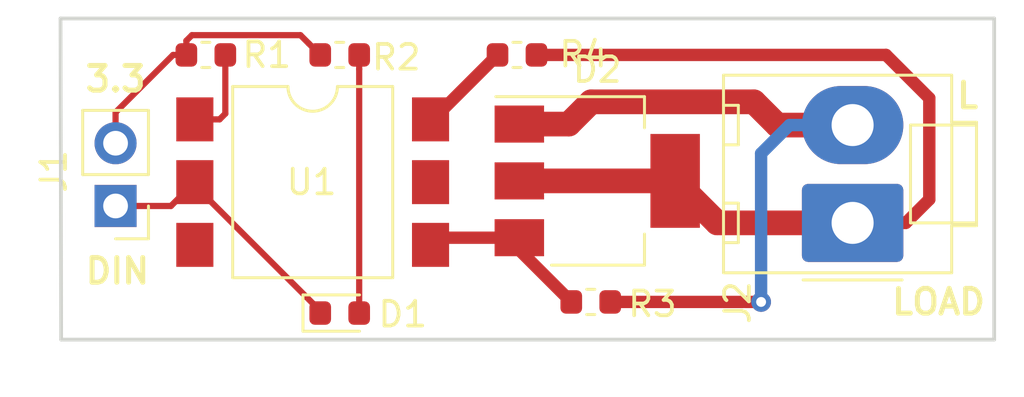
<source format=kicad_pcb>
(kicad_pcb (version 20171130) (host pcbnew 5.0.2-bee76a0~70~ubuntu18.04.1)

  (general
    (thickness 1.6)
    (drawings 8)
    (tracks 44)
    (zones 0)
    (modules 9)
    (nets 9)
  )

  (page A4)
  (layers
    (0 F.Cu signal)
    (31 B.Cu signal)
    (32 B.Adhes user)
    (33 F.Adhes user)
    (34 B.Paste user)
    (35 F.Paste user)
    (36 B.SilkS user)
    (37 F.SilkS user)
    (38 B.Mask user)
    (39 F.Mask user)
    (40 Dwgs.User user)
    (41 Cmts.User user)
    (42 Eco1.User user)
    (43 Eco2.User user)
    (44 Edge.Cuts user)
    (45 Margin user)
    (46 B.CrtYd user)
    (47 F.CrtYd user)
    (48 B.Fab user hide)
    (49 F.Fab user)
  )

  (setup
    (last_trace_width 0.25)
    (trace_clearance 0.2)
    (zone_clearance 0.508)
    (zone_45_only no)
    (trace_min 0.2)
    (segment_width 0.2)
    (edge_width 0.15)
    (via_size 0.8)
    (via_drill 0.4)
    (via_min_size 0.4)
    (via_min_drill 0.3)
    (uvia_size 0.3)
    (uvia_drill 0.1)
    (uvias_allowed no)
    (uvia_min_size 0.2)
    (uvia_min_drill 0.1)
    (pcb_text_width 0.3)
    (pcb_text_size 1.5 1.5)
    (mod_edge_width 0.15)
    (mod_text_size 1 1)
    (mod_text_width 0.15)
    (pad_size 1.524 1.524)
    (pad_drill 0.762)
    (pad_to_mask_clearance 0.051)
    (solder_mask_min_width 0.25)
    (aux_axis_origin 0 0)
    (visible_elements FFFDFF7F)
    (pcbplotparams
      (layerselection 0x010fc_ffffffff)
      (usegerberextensions true)
      (usegerberattributes false)
      (usegerberadvancedattributes false)
      (creategerberjobfile false)
      (excludeedgelayer true)
      (linewidth 0.100000)
      (plotframeref false)
      (viasonmask false)
      (mode 1)
      (useauxorigin false)
      (hpglpennumber 1)
      (hpglpenspeed 20)
      (hpglpendiameter 15.000000)
      (psnegative false)
      (psa4output false)
      (plotreference false)
      (plotvalue true)
      (plotinvisibletext false)
      (padsonsilk false)
      (subtractmaskfromsilk false)
      (outputformat 1)
      (mirror false)
      (drillshape 0)
      (scaleselection 1)
      (outputdirectory "Gerber_1A_v1.1/"))
  )

  (net 0 "")
  (net 1 "Net-(J1-Pad2)")
  (net 2 "Net-(R1-Pad1)")
  (net 3 /ACHC1)
  (net 4 /ACHC2)
  (net 5 "Net-(D1-Pad1)")
  (net 6 "Net-(D1-Pad2)")
  (net 7 "Net-(D2-Pad3)")
  (net 8 "Net-(R4-Pad2)")

  (net_class Default "This is the default net class."
    (clearance 0.2)
    (trace_width 0.25)
    (via_dia 0.8)
    (via_drill 0.4)
    (uvia_dia 0.3)
    (uvia_drill 0.1)
    (add_net "Net-(D1-Pad1)")
    (add_net "Net-(D1-Pad2)")
    (add_net "Net-(J1-Pad2)")
    (add_net "Net-(R1-Pad1)")
  )

  (net_class ACHC ""
    (clearance 0.8)
    (trace_width 1)
    (via_dia 0.8)
    (via_drill 0.4)
    (uvia_dia 0.3)
    (uvia_drill 0.1)
  )

  (net_class ACLC ""
    (clearance 0.8)
    (trace_width 0.5)
    (via_dia 0.8)
    (via_drill 0.4)
    (uvia_dia 0.3)
    (uvia_drill 0.1)
    (add_net /ACHC1)
    (add_net /ACHC2)
    (add_net "Net-(D2-Pad3)")
    (add_net "Net-(R4-Pad2)")
  )

  (module Resistor_SMD:R_0603_1608Metric (layer F.Cu) (tedit 5B301BBD) (tstamp 5F1BEE57)
    (at 98.125 71.975 180)
    (descr "Resistor SMD 0603 (1608 Metric), square (rectangular) end terminal, IPC_7351 nominal, (Body size source: http://www.tortai-tech.com/upload/download/2011102023233369053.pdf), generated with kicad-footprint-generator")
    (tags resistor)
    (path /5F06E6AE)
    (attr smd)
    (fp_text reference R1 (at -2.4625 0 180) (layer F.SilkS)
      (effects (font (size 1 1) (thickness 0.15)))
    )
    (fp_text value 220 (at 3.1375 0.05 180) (layer F.Fab)
      (effects (font (size 1 1) (thickness 0.15)))
    )
    (fp_line (start -0.8 0.4) (end -0.8 -0.4) (layer F.Fab) (width 0.1))
    (fp_line (start -0.8 -0.4) (end 0.8 -0.4) (layer F.Fab) (width 0.1))
    (fp_line (start 0.8 -0.4) (end 0.8 0.4) (layer F.Fab) (width 0.1))
    (fp_line (start 0.8 0.4) (end -0.8 0.4) (layer F.Fab) (width 0.1))
    (fp_line (start -0.162779 -0.51) (end 0.162779 -0.51) (layer F.SilkS) (width 0.12))
    (fp_line (start -0.162779 0.51) (end 0.162779 0.51) (layer F.SilkS) (width 0.12))
    (fp_line (start -1.48 0.73) (end -1.48 -0.73) (layer F.CrtYd) (width 0.05))
    (fp_line (start -1.48 -0.73) (end 1.48 -0.73) (layer F.CrtYd) (width 0.05))
    (fp_line (start 1.48 -0.73) (end 1.48 0.73) (layer F.CrtYd) (width 0.05))
    (fp_line (start 1.48 0.73) (end -1.48 0.73) (layer F.CrtYd) (width 0.05))
    (fp_text user %R (at 0 0 180) (layer F.Fab)
      (effects (font (size 0.4 0.4) (thickness 0.06)))
    )
    (pad 1 smd roundrect (at -0.7875 0 180) (size 0.875 0.95) (layers F.Cu F.Paste F.Mask) (roundrect_rratio 0.25)
      (net 2 "Net-(R1-Pad1)"))
    (pad 2 smd roundrect (at 0.7875 0 180) (size 0.875 0.95) (layers F.Cu F.Paste F.Mask) (roundrect_rratio 0.25)
      (net 1 "Net-(J1-Pad2)"))
    (model ${KISYS3DMOD}/Resistor_SMD.3dshapes/R_0603_1608Metric.wrl
      (at (xyz 0 0 0))
      (scale (xyz 1 1 1))
      (rotate (xyz 0 0 0))
    )
  )

  (module Resistor_SMD:R_0603_1608Metric (layer F.Cu) (tedit 5B301BBD) (tstamp 5F1BEE68)
    (at 113.6875 81.975 180)
    (descr "Resistor SMD 0603 (1608 Metric), square (rectangular) end terminal, IPC_7351 nominal, (Body size source: http://www.tortai-tech.com/upload/download/2011102023233369053.pdf), generated with kicad-footprint-generator")
    (tags resistor)
    (path /5F06E8F2)
    (attr smd)
    (fp_text reference R3 (at -2.495 -0.085 180) (layer F.SilkS)
      (effects (font (size 1 1) (thickness 0.15)))
    )
    (fp_text value 330 (at -0.175 -3.025 180) (layer F.Fab)
      (effects (font (size 1 1) (thickness 0.15)))
    )
    (fp_line (start -0.8 0.4) (end -0.8 -0.4) (layer F.Fab) (width 0.1))
    (fp_line (start -0.8 -0.4) (end 0.8 -0.4) (layer F.Fab) (width 0.1))
    (fp_line (start 0.8 -0.4) (end 0.8 0.4) (layer F.Fab) (width 0.1))
    (fp_line (start 0.8 0.4) (end -0.8 0.4) (layer F.Fab) (width 0.1))
    (fp_line (start -0.162779 -0.51) (end 0.162779 -0.51) (layer F.SilkS) (width 0.12))
    (fp_line (start -0.162779 0.51) (end 0.162779 0.51) (layer F.SilkS) (width 0.12))
    (fp_line (start -1.48 0.73) (end -1.48 -0.73) (layer F.CrtYd) (width 0.05))
    (fp_line (start -1.48 -0.73) (end 1.48 -0.73) (layer F.CrtYd) (width 0.05))
    (fp_line (start 1.48 -0.73) (end 1.48 0.73) (layer F.CrtYd) (width 0.05))
    (fp_line (start 1.48 0.73) (end -1.48 0.73) (layer F.CrtYd) (width 0.05))
    (fp_text user %R (at -1.629525 0 180) (layer F.Fab)
      (effects (font (size 0.4 0.4) (thickness 0.06)))
    )
    (pad 1 smd roundrect (at -0.7875 0 180) (size 0.875 0.95) (layers F.Cu F.Paste F.Mask) (roundrect_rratio 0.25)
      (net 3 /ACHC1))
    (pad 2 smd roundrect (at 0.7875 0 180) (size 0.875 0.95) (layers F.Cu F.Paste F.Mask) (roundrect_rratio 0.25)
      (net 7 "Net-(D2-Pad3)"))
    (model ${KISYS3DMOD}/Resistor_SMD.3dshapes/R_0603_1608Metric.wrl
      (at (xyz 0 0 0))
      (scale (xyz 1 1 1))
      (rotate (xyz 0 0 0))
    )
  )

  (module Resistor_SMD:R_0603_1608Metric (layer F.Cu) (tedit 5B301BBD) (tstamp 5F1BEE79)
    (at 110.705 71.975 180)
    (descr "Resistor SMD 0603 (1608 Metric), square (rectangular) end terminal, IPC_7351 nominal, (Body size source: http://www.tortai-tech.com/upload/download/2011102023233369053.pdf), generated with kicad-footprint-generator")
    (tags resistor)
    (path /5F06E8C3)
    (attr smd)
    (fp_text reference R4 (at -2.695 0.025 180) (layer F.SilkS)
      (effects (font (size 1 1) (thickness 0.15)))
    )
    (fp_text value 360 (at -0.0625 1.375 180) (layer F.Fab)
      (effects (font (size 1 1) (thickness 0.15)))
    )
    (fp_text user %R (at 0 0 180) (layer F.Fab)
      (effects (font (size 0.4 0.4) (thickness 0.06)))
    )
    (fp_line (start 1.48 0.73) (end -1.48 0.73) (layer F.CrtYd) (width 0.05))
    (fp_line (start 1.48 -0.73) (end 1.48 0.73) (layer F.CrtYd) (width 0.05))
    (fp_line (start -1.48 -0.73) (end 1.48 -0.73) (layer F.CrtYd) (width 0.05))
    (fp_line (start -1.48 0.73) (end -1.48 -0.73) (layer F.CrtYd) (width 0.05))
    (fp_line (start -0.162779 0.51) (end 0.162779 0.51) (layer F.SilkS) (width 0.12))
    (fp_line (start -0.162779 -0.51) (end 0.162779 -0.51) (layer F.SilkS) (width 0.12))
    (fp_line (start 0.8 0.4) (end -0.8 0.4) (layer F.Fab) (width 0.1))
    (fp_line (start 0.8 -0.4) (end 0.8 0.4) (layer F.Fab) (width 0.1))
    (fp_line (start -0.8 -0.4) (end 0.8 -0.4) (layer F.Fab) (width 0.1))
    (fp_line (start -0.8 0.4) (end -0.8 -0.4) (layer F.Fab) (width 0.1))
    (pad 2 smd roundrect (at 0.7875 0 180) (size 0.875 0.95) (layers F.Cu F.Paste F.Mask) (roundrect_rratio 0.25)
      (net 8 "Net-(R4-Pad2)"))
    (pad 1 smd roundrect (at -0.7875 0 180) (size 0.875 0.95) (layers F.Cu F.Paste F.Mask) (roundrect_rratio 0.25)
      (net 4 /ACHC2))
    (model ${KISYS3DMOD}/Resistor_SMD.3dshapes/R_0603_1608Metric.wrl
      (at (xyz 0 0 0))
      (scale (xyz 1 1 1))
      (rotate (xyz 0 0 0))
    )
  )

  (module Package_DIP:SMDIP-6_W9.53mm_Clearance8mm locked (layer F.Cu) (tedit 5A02E8C5) (tstamp 5F1BEE93)
    (at 102.445 77.125)
    (descr "6-lead surface-mounted (SMD) DIP package, row spacing 9.53 mm (375 mils), Clearance8mm")
    (tags "SMD DIP DIL PDIP SMDIP 2.54mm 9.53mm 375mil Clearance8mm")
    (path /5F06E61D)
    (attr smd)
    (fp_text reference U1 (at -0.045 0) (layer F.SilkS)
      (effects (font (size 1 1) (thickness 0.15)))
    )
    (fp_text value MOC3083S (at 0 4.87) (layer F.Fab)
      (effects (font (size 1 1) (thickness 0.15)))
    )
    (fp_arc (start 0 -3.87) (end -1 -3.87) (angle -180) (layer F.SilkS) (width 0.12))
    (fp_line (start -2.175 -3.81) (end 3.175 -3.81) (layer F.Fab) (width 0.1))
    (fp_line (start 3.175 -3.81) (end 3.175 3.81) (layer F.Fab) (width 0.1))
    (fp_line (start 3.175 3.81) (end -3.175 3.81) (layer F.Fab) (width 0.1))
    (fp_line (start -3.175 3.81) (end -3.175 -2.81) (layer F.Fab) (width 0.1))
    (fp_line (start -3.175 -2.81) (end -2.175 -3.81) (layer F.Fab) (width 0.1))
    (fp_line (start -1 -3.87) (end -3.235 -3.87) (layer F.SilkS) (width 0.12))
    (fp_line (start -3.235 -3.87) (end -3.235 3.87) (layer F.SilkS) (width 0.12))
    (fp_line (start -3.235 3.87) (end 3.235 3.87) (layer F.SilkS) (width 0.12))
    (fp_line (start 3.235 3.87) (end 3.235 -3.87) (layer F.SilkS) (width 0.12))
    (fp_line (start 3.235 -3.87) (end 1 -3.87) (layer F.SilkS) (width 0.12))
    (fp_line (start -5.8 -4.1) (end -5.8 4.1) (layer F.CrtYd) (width 0.05))
    (fp_line (start -5.8 4.1) (end 5.8 4.1) (layer F.CrtYd) (width 0.05))
    (fp_line (start 5.8 4.1) (end 5.8 -4.1) (layer F.CrtYd) (width 0.05))
    (fp_line (start 5.8 -4.1) (end -5.8 -4.1) (layer F.CrtYd) (width 0.05))
    (fp_text user %R (at 0 0) (layer F.Fab)
      (effects (font (size 1 1) (thickness 0.15)))
    )
    (pad 1 smd rect (at -4.765 -2.54) (size 1.5 1.78) (layers F.Cu F.Paste F.Mask)
      (net 2 "Net-(R1-Pad1)"))
    (pad 4 smd rect (at 4.765 2.54) (size 1.5 1.78) (layers F.Cu F.Paste F.Mask)
      (net 7 "Net-(D2-Pad3)"))
    (pad 2 smd rect (at -4.765 0) (size 1.5 1.78) (layers F.Cu F.Paste F.Mask)
      (net 5 "Net-(D1-Pad1)"))
    (pad 5 smd rect (at 4.765 0) (size 1.5 1.78) (layers F.Cu F.Paste F.Mask))
    (pad 3 smd rect (at -4.765 2.54) (size 1.5 1.78) (layers F.Cu F.Paste F.Mask))
    (pad 6 smd rect (at 4.765 -2.54) (size 1.5 1.78) (layers F.Cu F.Paste F.Mask)
      (net 8 "Net-(R4-Pad2)"))
    (model ${KISYS3DMOD}/Package_DIP.3dshapes/SMDIP-6_W9.53mm.wrl
      (at (xyz 0 0 0))
      (scale (xyz 1 1 1))
      (rotate (xyz 0 0 0))
    )
  )

  (module LED_SMD:LED_0603_1608Metric (layer F.Cu) (tedit 5B301BBE) (tstamp 5F1C24B0)
    (at 103.5375 82.425)
    (descr "LED SMD 0603 (1608 Metric), square (rectangular) end terminal, IPC_7351 nominal, (Body size source: http://www.tortai-tech.com/upload/download/2011102023233369053.pdf), generated with kicad-footprint-generator")
    (tags diode)
    (path /5F0D6F64)
    (attr smd)
    (fp_text reference D1 (at 2.55 0.05) (layer F.SilkS)
      (effects (font (size 1 1) (thickness 0.15)))
    )
    (fp_text value YELLOW (at 0 1.43) (layer F.Fab)
      (effects (font (size 1 1) (thickness 0.15)))
    )
    (fp_line (start 0.8 -0.4) (end -0.5 -0.4) (layer F.Fab) (width 0.1))
    (fp_line (start -0.5 -0.4) (end -0.8 -0.1) (layer F.Fab) (width 0.1))
    (fp_line (start -0.8 -0.1) (end -0.8 0.4) (layer F.Fab) (width 0.1))
    (fp_line (start -0.8 0.4) (end 0.8 0.4) (layer F.Fab) (width 0.1))
    (fp_line (start 0.8 0.4) (end 0.8 -0.4) (layer F.Fab) (width 0.1))
    (fp_line (start 0.8 -0.735) (end -1.485 -0.735) (layer F.SilkS) (width 0.12))
    (fp_line (start -1.485 -0.735) (end -1.485 0.735) (layer F.SilkS) (width 0.12))
    (fp_line (start -1.485 0.735) (end 0.8 0.735) (layer F.SilkS) (width 0.12))
    (fp_line (start -1.48 0.73) (end -1.48 -0.73) (layer F.CrtYd) (width 0.05))
    (fp_line (start -1.48 -0.73) (end 1.48 -0.73) (layer F.CrtYd) (width 0.05))
    (fp_line (start 1.48 -0.73) (end 1.48 0.73) (layer F.CrtYd) (width 0.05))
    (fp_line (start 1.48 0.73) (end -1.48 0.73) (layer F.CrtYd) (width 0.05))
    (fp_text user %R (at 0 0) (layer F.Fab)
      (effects (font (size 0.4 0.4) (thickness 0.06)))
    )
    (pad 1 smd roundrect (at -0.7875 0) (size 0.875 0.95) (layers F.Cu F.Paste F.Mask) (roundrect_rratio 0.25)
      (net 5 "Net-(D1-Pad1)"))
    (pad 2 smd roundrect (at 0.7875 0) (size 0.875 0.95) (layers F.Cu F.Paste F.Mask) (roundrect_rratio 0.25)
      (net 6 "Net-(D1-Pad2)"))
    (model ${KISYS3DMOD}/LED_SMD.3dshapes/LED_0603_1608Metric.wrl
      (at (xyz 0 0 0))
      (scale (xyz 1 1 1))
      (rotate (xyz 0 0 0))
    )
  )

  (module Resistor_SMD:R_0603_1608Metric (layer F.Cu) (tedit 5B301BBD) (tstamp 5F1C2843)
    (at 103.5375 71.975)
    (descr "Resistor SMD 0603 (1608 Metric), square (rectangular) end terminal, IPC_7351 nominal, (Body size source: http://www.tortai-tech.com/upload/download/2011102023233369053.pdf), generated with kicad-footprint-generator")
    (tags resistor)
    (path /5F0D7722)
    (attr smd)
    (fp_text reference R2 (at 2.2875 0.1) (layer F.SilkS)
      (effects (font (size 1 1) (thickness 0.15)))
    )
    (fp_text value 220 (at 0 1.43) (layer F.Fab)
      (effects (font (size 1 1) (thickness 0.15)))
    )
    (fp_line (start -0.8 0.4) (end -0.8 -0.4) (layer F.Fab) (width 0.1))
    (fp_line (start -0.8 -0.4) (end 0.8 -0.4) (layer F.Fab) (width 0.1))
    (fp_line (start 0.8 -0.4) (end 0.8 0.4) (layer F.Fab) (width 0.1))
    (fp_line (start 0.8 0.4) (end -0.8 0.4) (layer F.Fab) (width 0.1))
    (fp_line (start -0.162779 -0.51) (end 0.162779 -0.51) (layer F.SilkS) (width 0.12))
    (fp_line (start -0.162779 0.51) (end 0.162779 0.51) (layer F.SilkS) (width 0.12))
    (fp_line (start -1.48 0.73) (end -1.48 -0.73) (layer F.CrtYd) (width 0.05))
    (fp_line (start -1.48 -0.73) (end 1.48 -0.73) (layer F.CrtYd) (width 0.05))
    (fp_line (start 1.48 -0.73) (end 1.48 0.73) (layer F.CrtYd) (width 0.05))
    (fp_line (start 1.48 0.73) (end -1.48 0.73) (layer F.CrtYd) (width 0.05))
    (fp_text user %R (at 0 0) (layer F.Fab)
      (effects (font (size 0.4 0.4) (thickness 0.06)))
    )
    (pad 1 smd roundrect (at -0.7875 0) (size 0.875 0.95) (layers F.Cu F.Paste F.Mask) (roundrect_rratio 0.25)
      (net 1 "Net-(J1-Pad2)"))
    (pad 2 smd roundrect (at 0.7875 0) (size 0.875 0.95) (layers F.Cu F.Paste F.Mask) (roundrect_rratio 0.25)
      (net 6 "Net-(D1-Pad2)"))
    (model ${KISYS3DMOD}/Resistor_SMD.3dshapes/R_0603_1608Metric.wrl
      (at (xyz 0 0 0))
      (scale (xyz 1 1 1))
      (rotate (xyz 0 0 0))
    )
  )

  (module Package_TO_SOT_SMD:SOT-223 (layer F.Cu) (tedit 5A02FF57) (tstamp 5F102E6A)
    (at 113.95 77.075)
    (descr "module CMS SOT223 4 pins")
    (tags "CMS SOT")
    (path /5F0FDC14)
    (attr smd)
    (fp_text reference D2 (at 0 -4.5) (layer F.SilkS)
      (effects (font (size 1 1) (thickness 0.15)))
    )
    (fp_text value Z0103MN (at 0 4.5) (layer F.Fab)
      (effects (font (size 1 1) (thickness 0.15)))
    )
    (fp_line (start 1.85 -3.35) (end 1.85 3.35) (layer F.Fab) (width 0.1))
    (fp_line (start -1.85 3.35) (end 1.85 3.35) (layer F.Fab) (width 0.1))
    (fp_line (start -4.1 -3.41) (end 1.91 -3.41) (layer F.SilkS) (width 0.12))
    (fp_line (start -0.8 -3.35) (end 1.85 -3.35) (layer F.Fab) (width 0.1))
    (fp_line (start -1.85 3.41) (end 1.91 3.41) (layer F.SilkS) (width 0.12))
    (fp_line (start -1.85 -2.3) (end -1.85 3.35) (layer F.Fab) (width 0.1))
    (fp_line (start -4.4 -3.6) (end -4.4 3.6) (layer F.CrtYd) (width 0.05))
    (fp_line (start -4.4 3.6) (end 4.4 3.6) (layer F.CrtYd) (width 0.05))
    (fp_line (start 4.4 3.6) (end 4.4 -3.6) (layer F.CrtYd) (width 0.05))
    (fp_line (start 4.4 -3.6) (end -4.4 -3.6) (layer F.CrtYd) (width 0.05))
    (fp_line (start 1.91 -3.41) (end 1.91 -2.15) (layer F.SilkS) (width 0.12))
    (fp_line (start 1.91 3.41) (end 1.91 2.15) (layer F.SilkS) (width 0.12))
    (fp_line (start -1.85 -2.3) (end -0.8 -3.35) (layer F.Fab) (width 0.1))
    (fp_text user %R (at 0 0 90) (layer F.Fab)
      (effects (font (size 0.8 0.8) (thickness 0.12)))
    )
    (pad 1 smd rect (at -3.15 -2.3) (size 2 1.5) (layers F.Cu F.Paste F.Mask)
      (net 3 /ACHC1))
    (pad 3 smd rect (at -3.15 2.3) (size 2 1.5) (layers F.Cu F.Paste F.Mask)
      (net 7 "Net-(D2-Pad3)"))
    (pad 2 smd rect (at -3.15 0) (size 2 1.5) (layers F.Cu F.Paste F.Mask)
      (net 4 /ACHC2))
    (pad 4 smd rect (at 3.15 0) (size 2 3.8) (layers F.Cu F.Paste F.Mask)
      (net 4 /ACHC2))
    (model ${KISYS3DMOD}/Package_TO_SOT_SMD.3dshapes/SOT-223.wrl
      (at (xyz 0 0 0))
      (scale (xyz 1 1 1))
      (rotate (xyz 0 0 0))
    )
  )

  (module Connector_PinHeader_2.54mm:PinHeader_1x02_P2.54mm_Vertical (layer F.Cu) (tedit 59FED5CC) (tstamp 5F102DED)
    (at 94.475 78.09 180)
    (descr "Through hole straight pin header, 1x02, 2.54mm pitch, single row")
    (tags "Through hole pin header THT 1x02 2.54mm single row")
    (path /5F0D8789)
    (fp_text reference J1 (at 2.5 1.4 270) (layer F.SilkS)
      (effects (font (size 1 1) (thickness 0.15)))
    )
    (fp_text value Conn_01x02 (at 0 4.87 180) (layer F.Fab)
      (effects (font (size 1 1) (thickness 0.15)))
    )
    (fp_line (start -0.635 -1.27) (end 1.27 -1.27) (layer F.Fab) (width 0.1))
    (fp_line (start 1.27 -1.27) (end 1.27 3.81) (layer F.Fab) (width 0.1))
    (fp_line (start 1.27 3.81) (end -1.27 3.81) (layer F.Fab) (width 0.1))
    (fp_line (start -1.27 3.81) (end -1.27 -0.635) (layer F.Fab) (width 0.1))
    (fp_line (start -1.27 -0.635) (end -0.635 -1.27) (layer F.Fab) (width 0.1))
    (fp_line (start -1.33 3.87) (end 1.33 3.87) (layer F.SilkS) (width 0.12))
    (fp_line (start -1.33 1.27) (end -1.33 3.87) (layer F.SilkS) (width 0.12))
    (fp_line (start 1.33 1.27) (end 1.33 3.87) (layer F.SilkS) (width 0.12))
    (fp_line (start -1.33 1.27) (end 1.33 1.27) (layer F.SilkS) (width 0.12))
    (fp_line (start -1.33 0) (end -1.33 -1.33) (layer F.SilkS) (width 0.12))
    (fp_line (start -1.33 -1.33) (end 0 -1.33) (layer F.SilkS) (width 0.12))
    (fp_line (start -1.8 -1.8) (end -1.8 4.35) (layer F.CrtYd) (width 0.05))
    (fp_line (start -1.8 4.35) (end 1.8 4.35) (layer F.CrtYd) (width 0.05))
    (fp_line (start 1.8 4.35) (end 1.8 -1.8) (layer F.CrtYd) (width 0.05))
    (fp_line (start 1.8 -1.8) (end -1.8 -1.8) (layer F.CrtYd) (width 0.05))
    (fp_text user %R (at 0 1.27 270) (layer F.Fab)
      (effects (font (size 1 1) (thickness 0.15)))
    )
    (pad 1 thru_hole rect (at 0 0 180) (size 1.7 1.7) (drill 1) (layers *.Cu *.Mask)
      (net 5 "Net-(D1-Pad1)"))
    (pad 2 thru_hole oval (at 0 2.54 180) (size 1.7 1.7) (drill 1) (layers *.Cu *.Mask)
      (net 1 "Net-(J1-Pad2)"))
    (model ${KISYS3DMOD}/Connector_PinHeader_2.54mm.3dshapes/PinHeader_1x02_P2.54mm_Vertical.wrl
      (at (xyz 0 0 0))
      (scale (xyz 1 1 1))
      (rotate (xyz 0 0 0))
    )
  )

  (module Connector_Molex:Molex_KK-396_A-41791-0002_1x02_P3.96mm_Vertical (layer F.Cu) (tedit 5DC431B4) (tstamp 5F1040B5)
    (at 124.275 78.775 90)
    (descr "Molex KK 396 Interconnect System, old/engineering part number: A-41791-0002 example for new part number: 26-60-4020, 2 Pins (https://www.molex.com/pdm_docs/sd/026604020_sd.pdf), generated with kicad-footprint-generator")
    (tags "connector Molex KK-396 vertical")
    (path /5F06ECC2)
    (fp_text reference J2 (at -3.225 -4.65 90) (layer F.SilkS)
      (effects (font (size 1 1) (thickness 0.15)))
    )
    (fp_text value Conn_01x02 (at 1.98 6.1 90) (layer F.Fab)
      (effects (font (size 1 1) (thickness 0.15)))
    )
    (fp_line (start -1.91 -5.11) (end 5.87 -5.11) (layer F.Fab) (width 0.1))
    (fp_line (start 5.87 -5.11) (end 5.87 3.895) (layer F.Fab) (width 0.1))
    (fp_line (start 5.87 3.895) (end 3.965 3.895) (layer F.Fab) (width 0.1))
    (fp_line (start 3.965 3.895) (end 3.965 4.9) (layer F.Fab) (width 0.1))
    (fp_line (start 3.965 4.9) (end -0.005 4.9) (layer F.Fab) (width 0.1))
    (fp_line (start -0.005 4.9) (end -0.005 3.895) (layer F.Fab) (width 0.1))
    (fp_line (start -0.005 3.895) (end -1.91 3.895) (layer F.Fab) (width 0.1))
    (fp_line (start -1.91 3.895) (end -1.91 -5.11) (layer F.Fab) (width 0.1))
    (fp_line (start -2.02 -5.22) (end 5.98 -5.22) (layer F.SilkS) (width 0.12))
    (fp_line (start 5.98 -5.22) (end 5.98 4.005) (layer F.SilkS) (width 0.12))
    (fp_line (start 5.98 4.005) (end 4.075 4.005) (layer F.SilkS) (width 0.12))
    (fp_line (start 4.075 4.005) (end 4.075 5.01) (layer F.SilkS) (width 0.12))
    (fp_line (start 4.075 5.01) (end -0.115 5.01) (layer F.SilkS) (width 0.12))
    (fp_line (start -0.115 5.01) (end -0.115 4.005) (layer F.SilkS) (width 0.12))
    (fp_line (start -0.115 4.005) (end -2.02 4.005) (layer F.SilkS) (width 0.12))
    (fp_line (start -2.02 4.005) (end -2.02 -5.22) (layer F.SilkS) (width 0.12))
    (fp_line (start -2.31 -2) (end -2.31 2) (layer F.SilkS) (width 0.12))
    (fp_line (start -1.91 -0.5) (end -1.202893 0) (layer F.Fab) (width 0.1))
    (fp_line (start -1.202893 0) (end -1.91 0.5) (layer F.Fab) (width 0.1))
    (fp_line (start 0 5.01) (end 0 4.01) (layer F.SilkS) (width 0.12))
    (fp_line (start 0 4.01) (end 3.96 4.01) (layer F.SilkS) (width 0.12))
    (fp_line (start 3.96 4.01) (end 3.96 5.01) (layer F.SilkS) (width 0.12))
    (fp_line (start 0 4.01) (end 0 2.34) (layer F.SilkS) (width 0.12))
    (fp_line (start 0 2.34) (end 3.96 2.34) (layer F.SilkS) (width 0.12))
    (fp_line (start 3.96 2.34) (end 3.96 4.01) (layer F.SilkS) (width 0.12))
    (fp_line (start -0.8 -5.22) (end -0.8 -4.62) (layer F.SilkS) (width 0.12))
    (fp_line (start -0.8 -4.62) (end 0.8 -4.62) (layer F.SilkS) (width 0.12))
    (fp_line (start 0.8 -4.62) (end 0.8 -5.22) (layer F.SilkS) (width 0.12))
    (fp_line (start 3.16 -5.22) (end 3.16 -4.62) (layer F.SilkS) (width 0.12))
    (fp_line (start 3.16 -4.62) (end 4.76 -4.62) (layer F.SilkS) (width 0.12))
    (fp_line (start 4.76 -4.62) (end 4.76 -5.22) (layer F.SilkS) (width 0.12))
    (fp_line (start -2.41 -5.61) (end -2.41 5.4) (layer F.CrtYd) (width 0.05))
    (fp_line (start -2.41 5.4) (end 6.37 5.4) (layer F.CrtYd) (width 0.05))
    (fp_line (start 6.37 5.4) (end 6.37 -5.61) (layer F.CrtYd) (width 0.05))
    (fp_line (start 6.37 -5.61) (end -2.41 -5.61) (layer F.CrtYd) (width 0.05))
    (fp_text user %R (at 1.95 -4.025 90) (layer F.Fab)
      (effects (font (size 1 1) (thickness 0.15)))
    )
    (pad 1 thru_hole roundrect (at 0 0 90) (size 3.16 4.1) (drill 1.7) (layers *.Cu *.Mask) (roundrect_rratio 0.079114)
      (net 4 /ACHC2))
    (pad 2 thru_hole oval (at 3.96 0 90) (size 3.16 4.1) (drill 1.7) (layers *.Cu *.Mask)
      (net 3 /ACHC1))
    (model ${KISYS3DMOD}/Connector_Molex.3dshapes/Molex_KK-396_A-41791-0002_1x02_P3.96mm_Vertical.wrl
      (at (xyz 0 0 0))
      (scale (xyz 1 1 1))
      (rotate (xyz 0 0 0))
    )
  )

  (gr_text DIN (at 94.55 80.725) (layer F.SilkS)
    (effects (font (size 1 1) (thickness 0.2)))
  )
  (gr_text 3.3 (at 94.475 72.95) (layer F.SilkS)
    (effects (font (size 1 1) (thickness 0.2)))
  )
  (gr_text L (at 128.925 73.625) (layer F.SilkS)
    (effects (font (size 1 1) (thickness 0.2)))
  )
  (gr_text LOAD (at 127.75 81.975) (layer F.SilkS)
    (effects (font (size 1 1) (thickness 0.2)))
  )
  (gr_line (start 92.25 70.5) (end 130 70.5) (layer Edge.Cuts) (width 0.15))
  (gr_line (start 92.275 83.5) (end 92.25 70.5) (layer Edge.Cuts) (width 0.15))
  (gr_line (start 130 83.5) (end 92.275 83.5) (layer Edge.Cuts) (width 0.15) (tstamp 5F1C220E))
  (gr_line (start 130 70.5) (end 130 83.5) (layer Edge.Cuts) (width 0.15))

  (segment (start 94.475 74.3) (end 94.475 74.347919) (width 0.25) (layer F.Cu) (net 1))
  (segment (start 96.8 71.975) (end 94.475 74.3) (width 0.25) (layer F.Cu) (net 1))
  (segment (start 94.475 74.347919) (end 94.475 75.55) (width 0.25) (layer F.Cu) (net 1) (status 20))
  (segment (start 97.3375 71.975) (end 96.8 71.975) (width 0.25) (layer F.Cu) (net 1) (status 10))
  (segment (start 102.288388 71.513388) (end 102.75 71.975) (width 0.25) (layer F.Cu) (net 1) (status 20))
  (segment (start 101.94999 71.17499) (end 102.288388 71.513388) (width 0.25) (layer F.Cu) (net 1))
  (segment (start 97.56251 71.17499) (end 101.94999 71.17499) (width 0.25) (layer F.Cu) (net 1))
  (segment (start 97.3375 71.4) (end 97.56251 71.17499) (width 0.25) (layer F.Cu) (net 1))
  (segment (start 97.3375 71.975) (end 97.3375 71.4) (width 0.25) (layer F.Cu) (net 1) (status 10))
  (segment (start 98.9125 74.3525) (end 98.68 74.585) (width 0.25) (layer F.Cu) (net 2))
  (segment (start 98.68 74.585) (end 97.68 74.585) (width 0.25) (layer F.Cu) (net 2) (status 20))
  (segment (start 98.9125 71.975) (end 98.9125 74.3525) (width 0.25) (layer F.Cu) (net 2) (status 10))
  (segment (start 121.225 74.815) (end 124.275 74.815) (width 1) (layer F.Cu) (net 3))
  (segment (start 120.284999 73.874999) (end 121.225 74.815) (width 1) (layer F.Cu) (net 3))
  (segment (start 113.700001 73.874999) (end 120.284999 73.874999) (width 1) (layer F.Cu) (net 3))
  (segment (start 112.8 74.775) (end 113.700001 73.874999) (width 1) (layer F.Cu) (net 3))
  (segment (start 110.8 74.775) (end 112.8 74.775) (width 1) (layer F.Cu) (net 3))
  (segment (start 120.575 75.965) (end 120.575 81.975) (width 0.5) (layer B.Cu) (net 3))
  (via (at 120.575 81.975) (size 0.8) (drill 0.4) (layers F.Cu B.Cu) (net 3))
  (segment (start 124.275 74.815) (end 121.725 74.815) (width 0.5) (layer B.Cu) (net 3))
  (segment (start 121.725 74.815) (end 120.575 75.965) (width 0.5) (layer B.Cu) (net 3))
  (segment (start 120.575 81.975) (end 114.475 81.975) (width 0.5) (layer F.Cu) (net 3))
  (segment (start 117.1 77.075) (end 110.8 77.075) (width 1) (layer F.Cu) (net 4) (status 30))
  (segment (start 118.8 78.775) (end 124.275 78.775) (width 1) (layer F.Cu) (net 4))
  (segment (start 117.1 77.075) (end 118.8 78.775) (width 1) (layer F.Cu) (net 4))
  (segment (start 127.37501 77.82499) (end 126.425 78.775) (width 0.5) (layer F.Cu) (net 4))
  (segment (start 126.425 78.775) (end 124.275 78.775) (width 0.5) (layer F.Cu) (net 4))
  (segment (start 127.37501 73.725615) (end 127.37501 77.82499) (width 0.5) (layer F.Cu) (net 4))
  (segment (start 125.624395 71.975) (end 127.37501 73.725615) (width 0.5) (layer F.Cu) (net 4))
  (segment (start 111.4925 71.975) (end 125.624395 71.975) (width 0.5) (layer F.Cu) (net 4))
  (segment (start 96.715 78.09) (end 97.68 77.125) (width 0.25) (layer F.Cu) (net 5) (status 20))
  (segment (start 94.475 78.09) (end 96.715 78.09) (width 0.25) (layer F.Cu) (net 5) (status 10))
  (segment (start 102.75 82.335) (end 102.75 82.425) (width 0.25) (layer F.Cu) (net 5) (status 30))
  (segment (start 97.68 77.265) (end 102.75 82.335) (width 0.25) (layer F.Cu) (net 5) (status 30))
  (segment (start 97.68 77.125) (end 97.68 77.265) (width 0.25) (layer F.Cu) (net 5) (status 30))
  (segment (start 104.325 72.55) (end 104.325 82.425) (width 0.25) (layer F.Cu) (net 6) (status 20))
  (segment (start 104.325 71.975) (end 104.325 72.55) (width 0.25) (layer F.Cu) (net 6) (status 10))
  (segment (start 107.21 79.665) (end 107.21 79.7575) (width 0.5) (layer F.Cu) (net 7) (status 30))
  (segment (start 107.5 79.375) (end 107.21 79.665) (width 0.5) (layer F.Cu) (net 7) (status 30))
  (segment (start 110.8 79.375) (end 107.5 79.375) (width 0.5) (layer F.Cu) (net 7) (status 30))
  (segment (start 110.8 79.875) (end 112.9 81.975) (width 0.5) (layer F.Cu) (net 7))
  (segment (start 110.8 79.375) (end 110.8 79.875) (width 0.5) (layer F.Cu) (net 7))
  (segment (start 107.3075 74.585) (end 109.9175 71.975) (width 0.5) (layer F.Cu) (net 8) (status 30))
  (segment (start 107.21 74.585) (end 107.3075 74.585) (width 0.5) (layer F.Cu) (net 8) (status 30))

)

</source>
